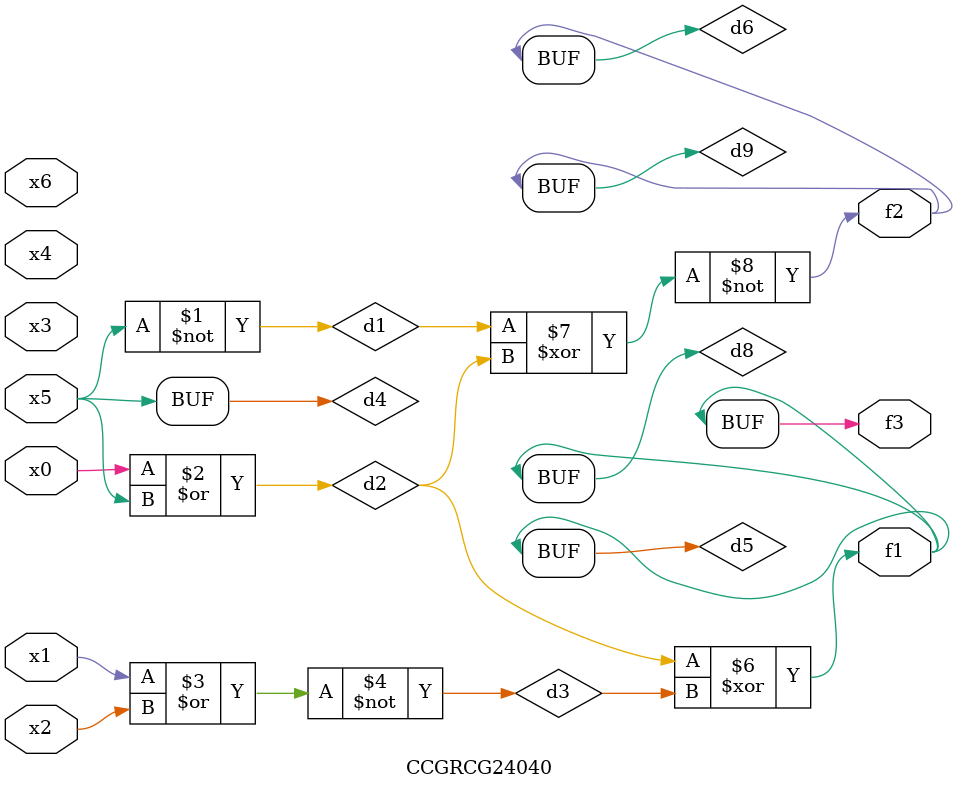
<source format=v>
module CCGRCG24040(
	input x0, x1, x2, x3, x4, x5, x6,
	output f1, f2, f3
);

	wire d1, d2, d3, d4, d5, d6, d7, d8, d9;

	nand (d1, x5);
	or (d2, x0, x5);
	nor (d3, x1, x2);
	xnor (d4, d1);
	xor (d5, d2, d3);
	xnor (d6, d1, d2);
	not (d7, x4);
	buf (d8, d5);
	xor (d9, d6);
	assign f1 = d8;
	assign f2 = d9;
	assign f3 = d8;
endmodule

</source>
